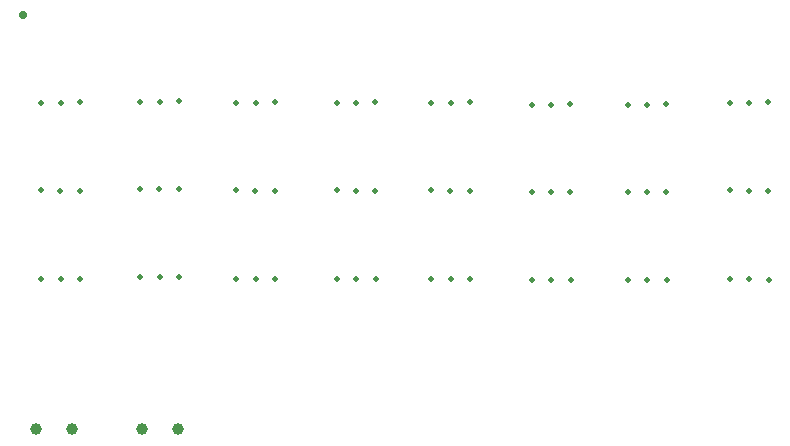
<source format=gbr>
%TF.GenerationSoftware,Altium Limited,Altium Designer,24.3.1 (35)*%
G04 Layer_Color=0*
%FSLAX45Y45*%
%MOMM*%
%TF.SameCoordinates,A20972E9-028A-4597-9386-5314E3457622*%
%TF.FilePolarity,Positive*%
%TF.FileFunction,Plated,1,2,PTH,Drill*%
%TF.Part,Single*%
G01*
G75*
%TA.AperFunction,ViaDrill,NotFilled*%
%ADD27C,0.50000*%
%ADD28C,1.00000*%
%ADD29C,0.71120*%
D27*
X571500Y1778000D02*
D03*
X5372100Y3251200D02*
D03*
X5534798Y3258810D02*
D03*
X569098Y3271510D02*
D03*
X1079500Y1790700D02*
D03*
X6235700Y1778000D02*
D03*
X6400800Y1765300D02*
D03*
X6398398Y2522210D02*
D03*
X6233298D02*
D03*
X6070600Y3263900D02*
D03*
X6235700D02*
D03*
X6398398Y3271510D02*
D03*
X6070600Y1778000D02*
D03*
Y2527300D02*
D03*
X5534798Y2509510D02*
D03*
X5369698D02*
D03*
X5207000Y3251200D02*
D03*
Y1765300D02*
D03*
X5372100D02*
D03*
X5537200D02*
D03*
X5207000Y2514600D02*
D03*
X4721998Y2509510D02*
D03*
X4556898D02*
D03*
X4394200Y3251200D02*
D03*
X4559300D02*
D03*
X4721998Y3258810D02*
D03*
X4394200Y1765300D02*
D03*
X4559300D02*
D03*
X4724400D02*
D03*
X4394200Y2514600D02*
D03*
X3871098Y2522210D02*
D03*
X3705998D02*
D03*
X3543300Y3263900D02*
D03*
X3708400D02*
D03*
X3871098Y3271510D02*
D03*
X3543300Y1778000D02*
D03*
X3708400D02*
D03*
X3873500D02*
D03*
X3543300Y2527300D02*
D03*
X3070998Y2522210D02*
D03*
X2905898D02*
D03*
X2743200Y3263900D02*
D03*
X2908300D02*
D03*
X3070998Y3271510D02*
D03*
X2743200Y1778000D02*
D03*
X2908300D02*
D03*
X3073400D02*
D03*
X2743200Y2527300D02*
D03*
X2220098Y2522210D02*
D03*
X2054998D02*
D03*
X1892300Y3263900D02*
D03*
X2057400D02*
D03*
X2220098Y3271510D02*
D03*
X1892300Y1778000D02*
D03*
X2057400D02*
D03*
X2222500D02*
D03*
X1892300Y2527300D02*
D03*
X1407298Y2534910D02*
D03*
X1242198D02*
D03*
X1079500Y3276600D02*
D03*
X1244600D02*
D03*
X1407298Y3284210D02*
D03*
X1244600Y1790700D02*
D03*
X1409700D02*
D03*
X1079500Y2540000D02*
D03*
X241300Y2527300D02*
D03*
X406400Y1778000D02*
D03*
X241300D02*
D03*
X406400Y3263900D02*
D03*
X241300D02*
D03*
X403998Y2522210D02*
D03*
X569098D02*
D03*
D28*
X1100000Y500000D02*
D03*
X1400000D02*
D03*
X200000D02*
D03*
X500000D02*
D03*
D29*
X88900Y4013200D02*
D03*
%TF.MD5,59aaf2129d7b364b13806db8cdf6869f*%
M02*

</source>
